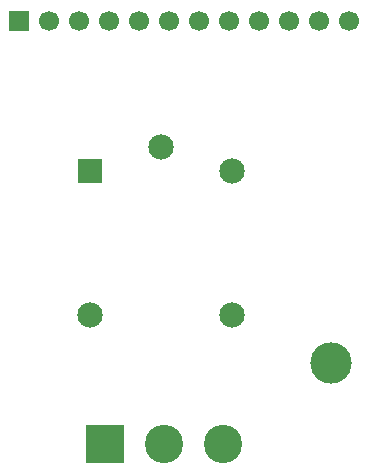
<source format=gbr>
G04 DipTrace 4.0.0.2*
G04 BottomMask.gbr*
%MOIN*%
G04 #@! TF.FileFunction,Soldermask,Bot*
G04 #@! TF.Part,Single*
%ADD34C,0.137795*%
%ADD41C,0.127874*%
%ADD43R,0.127874X0.127874*%
%ADD47C,0.066929*%
%ADD49R,0.066929X0.066929*%
%ADD53R,0.084646X0.084646*%
%ADD55C,0.084646*%
%FSLAX26Y26*%
G04*
G70*
G90*
G75*
G01*
G04 BotMask*
%LPD*%
D55*
X553740Y1154528D3*
D53*
X317520Y1075787D3*
D55*
X789961D3*
X317520Y595472D3*
X789961D3*
D49*
X79916Y1574803D3*
D47*
X179916D3*
X279916D3*
X379916D3*
X479916D3*
X579916D3*
X679916D3*
X779916D3*
X879907D3*
X979907D3*
X1079907D3*
X1179907D3*
D34*
X1122047Y433071D3*
D43*
X366240Y162500D3*
D41*
X563091D3*
X759941D3*
M02*

</source>
